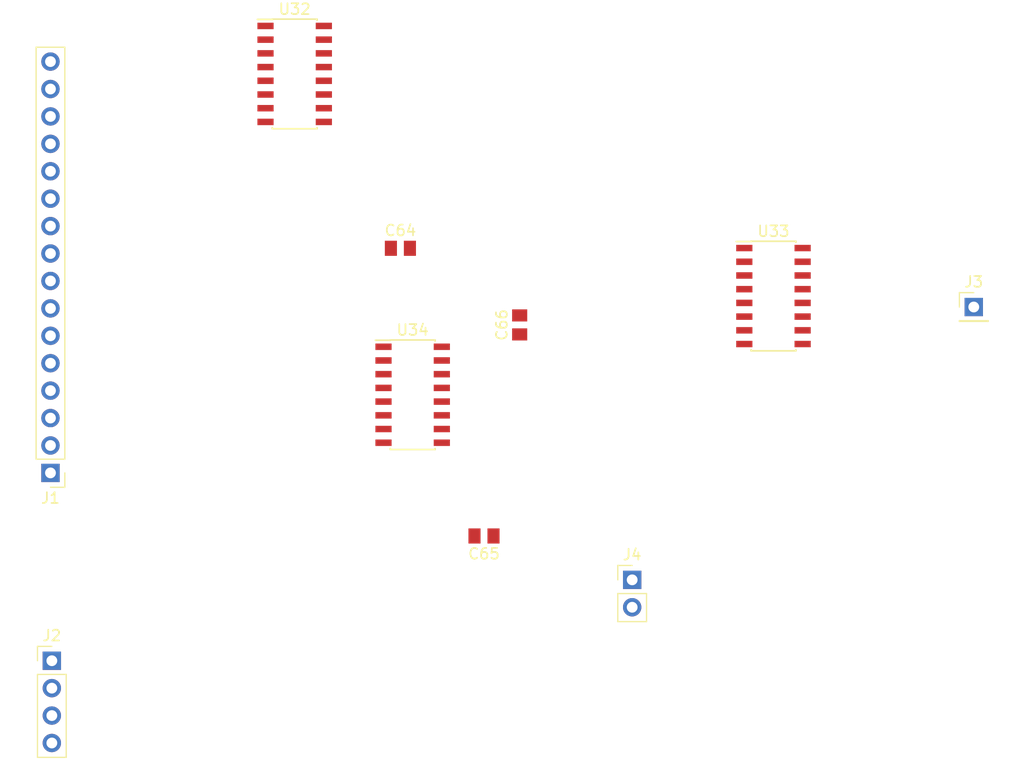
<source format=kicad_pcb>
(kicad_pcb (version 20171130) (host pcbnew 5.0.0-rc2-be01b52~65~ubuntu18.04.1)

  (general
    (thickness 1.6)
    (drawings 0)
    (tracks 0)
    (zones 0)
    (modules 10)
    (nets 31)
  )

  (page A4)
  (layers
    (0 F.Cu signal)
    (31 B.Cu signal)
    (32 B.Adhes user)
    (33 F.Adhes user)
    (34 B.Paste user)
    (35 F.Paste user)
    (36 B.SilkS user)
    (37 F.SilkS user)
    (38 B.Mask user)
    (39 F.Mask user)
    (40 Dwgs.User user)
    (41 Cmts.User user)
    (42 Eco1.User user)
    (43 Eco2.User user)
    (44 Edge.Cuts user)
    (45 Margin user)
    (46 B.CrtYd user)
    (47 F.CrtYd user)
    (48 B.Fab user)
    (49 F.Fab user)
  )

  (setup
    (last_trace_width 0.25)
    (trace_clearance 0.2)
    (zone_clearance 0.508)
    (zone_45_only no)
    (trace_min 0.2)
    (segment_width 0.2)
    (edge_width 0.15)
    (via_size 0.8)
    (via_drill 0.4)
    (via_min_size 0.4)
    (via_min_drill 0.3)
    (uvia_size 0.3)
    (uvia_drill 0.1)
    (uvias_allowed no)
    (uvia_min_size 0.2)
    (uvia_min_drill 0.1)
    (pcb_text_width 0.3)
    (pcb_text_size 1.5 1.5)
    (mod_edge_width 0.15)
    (mod_text_size 1 1)
    (mod_text_width 0.15)
    (pad_size 1.524 1.524)
    (pad_drill 0.762)
    (pad_to_mask_clearance 0.2)
    (aux_axis_origin 0 0)
    (visible_elements FFFFFF7F)
    (pcbplotparams
      (layerselection 0x010fc_ffffffff)
      (usegerberextensions false)
      (usegerberattributes false)
      (usegerberadvancedattributes false)
      (creategerberjobfile false)
      (excludeedgelayer true)
      (linewidth 0.100000)
      (plotframeref false)
      (viasonmask false)
      (mode 1)
      (useauxorigin false)
      (hpglpennumber 1)
      (hpglpenspeed 20)
      (hpglpendiameter 15)
      (psnegative false)
      (psa4output false)
      (plotreference true)
      (plotvalue true)
      (plotinvisibletext false)
      (padsonsilk false)
      (subtractmaskfromsilk false)
      (outputformat 1)
      (mirror false)
      (drillshape 1)
      (scaleselection 1)
      (outputdirectory ""))
  )

  (net 0 "")
  (net 1 /X3)
  (net 2 /X2)
  (net 3 /X1)
  (net 4 /X0)
  (net 5 "Net-(U32-Pad5)")
  (net 6 "Net-(U32-Pad6)")
  (net 7 GND)
  (net 8 /S3)
  (net 9 /S2)
  (net 10 /S1)
  (net 11 /X7)
  (net 12 /X6)
  (net 13 /X5)
  (net 14 /X4)
  (net 15 VCC)
  (net 16 "Net-(U33-Pad12)")
  (net 17 "Net-(U33-Pad9)")
  (net 18 "Net-(U33-Pad7)")
  (net 19 "Net-(J3-Pad1)")
  (net 20 "Net-(U33-Pad3)")
  (net 21 /S0)
  (net 22 /X11)
  (net 23 /X10)
  (net 24 /X9)
  (net 25 /X8)
  (net 26 "Net-(U34-Pad6)")
  (net 27 /X15)
  (net 28 /X14)
  (net 29 /X13)
  (net 30 /X12)

  (net_class Default "This is the default net class."
    (clearance 0.2)
    (trace_width 0.25)
    (via_dia 0.8)
    (via_drill 0.4)
    (uvia_dia 0.3)
    (uvia_drill 0.1)
    (add_net /S0)
    (add_net /S1)
    (add_net /S2)
    (add_net /S3)
    (add_net /X0)
    (add_net /X1)
    (add_net /X10)
    (add_net /X11)
    (add_net /X12)
    (add_net /X13)
    (add_net /X14)
    (add_net /X15)
    (add_net /X2)
    (add_net /X3)
    (add_net /X4)
    (add_net /X5)
    (add_net /X6)
    (add_net /X7)
    (add_net /X8)
    (add_net /X9)
    (add_net GND)
    (add_net "Net-(J3-Pad1)")
    (add_net "Net-(U32-Pad5)")
    (add_net "Net-(U32-Pad6)")
    (add_net "Net-(U33-Pad12)")
    (add_net "Net-(U33-Pad3)")
    (add_net "Net-(U33-Pad7)")
    (add_net "Net-(U33-Pad9)")
    (add_net "Net-(U34-Pad6)")
    (add_net VCC)
  )

  (module Capacitor_SMD:C_0805_2012Metric (layer F.Cu) (tedit 5AC5DB74) (tstamp 5B2A55B6)
    (at 72.898 53.222 90)
    (descr "Capacitor SMD 0805 (2012 Metric), square (rectangular) end terminal, IPC_7351 nominal, (Body size source: http://www.tortai-tech.com/upload/download/2011102023233369053.pdf), generated with kicad-footprint-generator")
    (tags capacitor)
    (path /650FDFCC)
    (attr smd)
    (fp_text reference C66 (at 0 -1.65 90) (layer F.SilkS)
      (effects (font (size 1 1) (thickness 0.15)))
    )
    (fp_text value 100nF (at 0 1.65 90) (layer F.Fab)
      (effects (font (size 1 1) (thickness 0.15)))
    )
    (fp_line (start -1 0.6) (end -1 -0.6) (layer F.Fab) (width 0.1))
    (fp_line (start -1 -0.6) (end 1 -0.6) (layer F.Fab) (width 0.1))
    (fp_line (start 1 -0.6) (end 1 0.6) (layer F.Fab) (width 0.1))
    (fp_line (start 1 0.6) (end -1 0.6) (layer F.Fab) (width 0.1))
    (fp_line (start -1.69 0.95) (end -1.69 -0.95) (layer F.CrtYd) (width 0.05))
    (fp_line (start -1.69 -0.95) (end 1.69 -0.95) (layer F.CrtYd) (width 0.05))
    (fp_line (start 1.69 -0.95) (end 1.69 0.95) (layer F.CrtYd) (width 0.05))
    (fp_line (start 1.69 0.95) (end -1.69 0.95) (layer F.CrtYd) (width 0.05))
    (fp_text user %R (at 0 0 90) (layer F.Fab)
      (effects (font (size 0.5 0.5) (thickness 0.08)))
    )
    (pad 1 smd rect (at -0.88 0 90) (size 1.12 1.4) (layers F.Cu F.Paste F.Mask)
      (net 15 VCC))
    (pad 2 smd rect (at 0.88 0 90) (size 1.12 1.4) (layers F.Cu F.Paste F.Mask)
      (net 7 GND))
    (model ${KISYS3DMOD}/Capacitor_SMD.3dshapes/C_0805_2012Metric.wrl
      (at (xyz 0 0 0))
      (scale (xyz 1 1 1))
      (rotate (xyz 0 0 0))
    )
  )

  (module Capacitor_SMD:C_0805_2012Metric (layer F.Cu) (tedit 5AC5DB74) (tstamp 5B2A55A7)
    (at 69.596 72.771 180)
    (descr "Capacitor SMD 0805 (2012 Metric), square (rectangular) end terminal, IPC_7351 nominal, (Body size source: http://www.tortai-tech.com/upload/download/2011102023233369053.pdf), generated with kicad-footprint-generator")
    (tags capacitor)
    (path /650FDF0B)
    (attr smd)
    (fp_text reference C65 (at 0 -1.65 180) (layer F.SilkS)
      (effects (font (size 1 1) (thickness 0.15)))
    )
    (fp_text value 100nF (at 0 1.65 180) (layer F.Fab)
      (effects (font (size 1 1) (thickness 0.15)))
    )
    (fp_text user %R (at 0 0 180) (layer F.Fab)
      (effects (font (size 0.5 0.5) (thickness 0.08)))
    )
    (fp_line (start 1.69 0.95) (end -1.69 0.95) (layer F.CrtYd) (width 0.05))
    (fp_line (start 1.69 -0.95) (end 1.69 0.95) (layer F.CrtYd) (width 0.05))
    (fp_line (start -1.69 -0.95) (end 1.69 -0.95) (layer F.CrtYd) (width 0.05))
    (fp_line (start -1.69 0.95) (end -1.69 -0.95) (layer F.CrtYd) (width 0.05))
    (fp_line (start 1 0.6) (end -1 0.6) (layer F.Fab) (width 0.1))
    (fp_line (start 1 -0.6) (end 1 0.6) (layer F.Fab) (width 0.1))
    (fp_line (start -1 -0.6) (end 1 -0.6) (layer F.Fab) (width 0.1))
    (fp_line (start -1 0.6) (end -1 -0.6) (layer F.Fab) (width 0.1))
    (pad 2 smd rect (at 0.88 0 180) (size 1.12 1.4) (layers F.Cu F.Paste F.Mask)
      (net 7 GND))
    (pad 1 smd rect (at -0.88 0 180) (size 1.12 1.4) (layers F.Cu F.Paste F.Mask)
      (net 15 VCC))
    (model ${KISYS3DMOD}/Capacitor_SMD.3dshapes/C_0805_2012Metric.wrl
      (at (xyz 0 0 0))
      (scale (xyz 1 1 1))
      (rotate (xyz 0 0 0))
    )
  )

  (module Capacitor_SMD:C_0805_2012Metric (layer F.Cu) (tedit 5AC5DB74) (tstamp 5B2A5598)
    (at 61.857524 46.1215)
    (descr "Capacitor SMD 0805 (2012 Metric), square (rectangular) end terminal, IPC_7351 nominal, (Body size source: http://www.tortai-tech.com/upload/download/2011102023233369053.pdf), generated with kicad-footprint-generator")
    (tags capacitor)
    (path /650FDD6F)
    (attr smd)
    (fp_text reference C64 (at 0 -1.65) (layer F.SilkS)
      (effects (font (size 1 1) (thickness 0.15)))
    )
    (fp_text value 100nF (at 0 1.65) (layer F.Fab)
      (effects (font (size 1 1) (thickness 0.15)))
    )
    (fp_line (start -1 0.6) (end -1 -0.6) (layer F.Fab) (width 0.1))
    (fp_line (start -1 -0.6) (end 1 -0.6) (layer F.Fab) (width 0.1))
    (fp_line (start 1 -0.6) (end 1 0.6) (layer F.Fab) (width 0.1))
    (fp_line (start 1 0.6) (end -1 0.6) (layer F.Fab) (width 0.1))
    (fp_line (start -1.69 0.95) (end -1.69 -0.95) (layer F.CrtYd) (width 0.05))
    (fp_line (start -1.69 -0.95) (end 1.69 -0.95) (layer F.CrtYd) (width 0.05))
    (fp_line (start 1.69 -0.95) (end 1.69 0.95) (layer F.CrtYd) (width 0.05))
    (fp_line (start 1.69 0.95) (end -1.69 0.95) (layer F.CrtYd) (width 0.05))
    (fp_text user %R (at 0 0) (layer F.Fab)
      (effects (font (size 0.5 0.5) (thickness 0.08)))
    )
    (pad 1 smd rect (at -0.88 0) (size 1.12 1.4) (layers F.Cu F.Paste F.Mask)
      (net 15 VCC))
    (pad 2 smd rect (at 0.88 0) (size 1.12 1.4) (layers F.Cu F.Paste F.Mask)
      (net 7 GND))
    (model ${KISYS3DMOD}/Capacitor_SMD.3dshapes/C_0805_2012Metric.wrl
      (at (xyz 0 0 0))
      (scale (xyz 1 1 1))
      (rotate (xyz 0 0 0))
    )
  )

  (module Connector_PinHeader_2.54mm:PinHeader_1x01_P2.54mm_Vertical (layer F.Cu) (tedit 59FED5CC) (tstamp 5B2A5589)
    (at 114.935 51.562)
    (descr "Through hole straight pin header, 1x01, 2.54mm pitch, single row")
    (tags "Through hole pin header THT 1x01 2.54mm single row")
    (path /5B4735FD)
    (fp_text reference J3 (at 0 -2.33) (layer F.SilkS)
      (effects (font (size 1 1) (thickness 0.15)))
    )
    (fp_text value Conn_01x01 (at 0 2.33) (layer F.Fab)
      (effects (font (size 1 1) (thickness 0.15)))
    )
    (fp_line (start -0.635 -1.27) (end 1.27 -1.27) (layer F.Fab) (width 0.1))
    (fp_line (start 1.27 -1.27) (end 1.27 1.27) (layer F.Fab) (width 0.1))
    (fp_line (start 1.27 1.27) (end -1.27 1.27) (layer F.Fab) (width 0.1))
    (fp_line (start -1.27 1.27) (end -1.27 -0.635) (layer F.Fab) (width 0.1))
    (fp_line (start -1.27 -0.635) (end -0.635 -1.27) (layer F.Fab) (width 0.1))
    (fp_line (start -1.33 1.33) (end 1.33 1.33) (layer F.SilkS) (width 0.12))
    (fp_line (start -1.33 1.27) (end -1.33 1.33) (layer F.SilkS) (width 0.12))
    (fp_line (start 1.33 1.27) (end 1.33 1.33) (layer F.SilkS) (width 0.12))
    (fp_line (start -1.33 1.27) (end 1.33 1.27) (layer F.SilkS) (width 0.12))
    (fp_line (start -1.33 0) (end -1.33 -1.33) (layer F.SilkS) (width 0.12))
    (fp_line (start -1.33 -1.33) (end 0 -1.33) (layer F.SilkS) (width 0.12))
    (fp_line (start -1.8 -1.8) (end -1.8 1.8) (layer F.CrtYd) (width 0.05))
    (fp_line (start -1.8 1.8) (end 1.8 1.8) (layer F.CrtYd) (width 0.05))
    (fp_line (start 1.8 1.8) (end 1.8 -1.8) (layer F.CrtYd) (width 0.05))
    (fp_line (start 1.8 -1.8) (end -1.8 -1.8) (layer F.CrtYd) (width 0.05))
    (fp_text user %R (at 0 0 90) (layer F.Fab)
      (effects (font (size 1 1) (thickness 0.15)))
    )
    (pad 1 thru_hole rect (at 0 0) (size 1.7 1.7) (drill 1) (layers *.Cu *.Mask)
      (net 19 "Net-(J3-Pad1)"))
    (model ${KISYS3DMOD}/Connector_PinHeader_2.54mm.3dshapes/PinHeader_1x01_P2.54mm_Vertical.wrl
      (at (xyz 0 0 0))
      (scale (xyz 1 1 1))
      (rotate (xyz 0 0 0))
    )
  )

  (module Connector_PinHeader_2.54mm:PinHeader_1x02_P2.54mm_Vertical (layer F.Cu) (tedit 59FED5CC) (tstamp 5B2A5A5D)
    (at 83.312 76.835)
    (descr "Through hole straight pin header, 1x02, 2.54mm pitch, single row")
    (tags "Through hole pin header THT 1x02 2.54mm single row")
    (path /5B4738AA)
    (fp_text reference J4 (at 0 -2.33) (layer F.SilkS)
      (effects (font (size 1 1) (thickness 0.15)))
    )
    (fp_text value Conn_01x02 (at 0 4.87) (layer F.Fab)
      (effects (font (size 1 1) (thickness 0.15)))
    )
    (fp_line (start -0.635 -1.27) (end 1.27 -1.27) (layer F.Fab) (width 0.1))
    (fp_line (start 1.27 -1.27) (end 1.27 3.81) (layer F.Fab) (width 0.1))
    (fp_line (start 1.27 3.81) (end -1.27 3.81) (layer F.Fab) (width 0.1))
    (fp_line (start -1.27 3.81) (end -1.27 -0.635) (layer F.Fab) (width 0.1))
    (fp_line (start -1.27 -0.635) (end -0.635 -1.27) (layer F.Fab) (width 0.1))
    (fp_line (start -1.33 3.87) (end 1.33 3.87) (layer F.SilkS) (width 0.12))
    (fp_line (start -1.33 1.27) (end -1.33 3.87) (layer F.SilkS) (width 0.12))
    (fp_line (start 1.33 1.27) (end 1.33 3.87) (layer F.SilkS) (width 0.12))
    (fp_line (start -1.33 1.27) (end 1.33 1.27) (layer F.SilkS) (width 0.12))
    (fp_line (start -1.33 0) (end -1.33 -1.33) (layer F.SilkS) (width 0.12))
    (fp_line (start -1.33 -1.33) (end 0 -1.33) (layer F.SilkS) (width 0.12))
    (fp_line (start -1.8 -1.8) (end -1.8 4.35) (layer F.CrtYd) (width 0.05))
    (fp_line (start -1.8 4.35) (end 1.8 4.35) (layer F.CrtYd) (width 0.05))
    (fp_line (start 1.8 4.35) (end 1.8 -1.8) (layer F.CrtYd) (width 0.05))
    (fp_line (start 1.8 -1.8) (end -1.8 -1.8) (layer F.CrtYd) (width 0.05))
    (fp_text user %R (at 0 1.27 90) (layer F.Fab)
      (effects (font (size 1 1) (thickness 0.15)))
    )
    (pad 1 thru_hole rect (at 0 0) (size 1.7 1.7) (drill 1) (layers *.Cu *.Mask)
      (net 15 VCC))
    (pad 2 thru_hole oval (at 0 2.54) (size 1.7 1.7) (drill 1) (layers *.Cu *.Mask)
      (net 7 GND))
    (model ${KISYS3DMOD}/Connector_PinHeader_2.54mm.3dshapes/PinHeader_1x02_P2.54mm_Vertical.wrl
      (at (xyz 0 0 0))
      (scale (xyz 1 1 1))
      (rotate (xyz 0 0 0))
    )
  )

  (module Connector_PinHeader_2.54mm:PinHeader_1x04_P2.54mm_Vertical (layer F.Cu) (tedit 59FED5CC) (tstamp 5B2A555E)
    (at 29.591 84.328)
    (descr "Through hole straight pin header, 1x04, 2.54mm pitch, single row")
    (tags "Through hole pin header THT 1x04 2.54mm single row")
    (path /5B418EE7)
    (fp_text reference J2 (at 0 -2.33) (layer F.SilkS)
      (effects (font (size 1 1) (thickness 0.15)))
    )
    (fp_text value Conn_01x04 (at 0 9.95) (layer F.Fab)
      (effects (font (size 1 1) (thickness 0.15)))
    )
    (fp_line (start -0.635 -1.27) (end 1.27 -1.27) (layer F.Fab) (width 0.1))
    (fp_line (start 1.27 -1.27) (end 1.27 8.89) (layer F.Fab) (width 0.1))
    (fp_line (start 1.27 8.89) (end -1.27 8.89) (layer F.Fab) (width 0.1))
    (fp_line (start -1.27 8.89) (end -1.27 -0.635) (layer F.Fab) (width 0.1))
    (fp_line (start -1.27 -0.635) (end -0.635 -1.27) (layer F.Fab) (width 0.1))
    (fp_line (start -1.33 8.95) (end 1.33 8.95) (layer F.SilkS) (width 0.12))
    (fp_line (start -1.33 1.27) (end -1.33 8.95) (layer F.SilkS) (width 0.12))
    (fp_line (start 1.33 1.27) (end 1.33 8.95) (layer F.SilkS) (width 0.12))
    (fp_line (start -1.33 1.27) (end 1.33 1.27) (layer F.SilkS) (width 0.12))
    (fp_line (start -1.33 0) (end -1.33 -1.33) (layer F.SilkS) (width 0.12))
    (fp_line (start -1.33 -1.33) (end 0 -1.33) (layer F.SilkS) (width 0.12))
    (fp_line (start -1.8 -1.8) (end -1.8 9.4) (layer F.CrtYd) (width 0.05))
    (fp_line (start -1.8 9.4) (end 1.8 9.4) (layer F.CrtYd) (width 0.05))
    (fp_line (start 1.8 9.4) (end 1.8 -1.8) (layer F.CrtYd) (width 0.05))
    (fp_line (start 1.8 -1.8) (end -1.8 -1.8) (layer F.CrtYd) (width 0.05))
    (fp_text user %R (at 0 3.81 135) (layer F.Fab)
      (effects (font (size 1 1) (thickness 0.15)))
    )
    (pad 1 thru_hole rect (at 0 0) (size 1.7 1.7) (drill 1) (layers *.Cu *.Mask)
      (net 8 /S3))
    (pad 2 thru_hole oval (at 0 2.54) (size 1.7 1.7) (drill 1) (layers *.Cu *.Mask)
      (net 9 /S2))
    (pad 3 thru_hole oval (at 0 5.08) (size 1.7 1.7) (drill 1) (layers *.Cu *.Mask)
      (net 10 /S1))
    (pad 4 thru_hole oval (at 0 7.62) (size 1.7 1.7) (drill 1) (layers *.Cu *.Mask)
      (net 21 /S0))
    (model ${KISYS3DMOD}/Connector_PinHeader_2.54mm.3dshapes/PinHeader_1x04_P2.54mm_Vertical.wrl
      (at (xyz 0 0 0))
      (scale (xyz 1 1 1))
      (rotate (xyz 0 0 0))
    )
  )

  (module Connector_PinHeader_2.54mm:PinHeader_1x16_P2.54mm_Vertical (layer F.Cu) (tedit 59FED5CC) (tstamp 5B2A5546)
    (at 29.464 66.929 180)
    (descr "Through hole straight pin header, 1x16, 2.54mm pitch, single row")
    (tags "Through hole pin header THT 1x16 2.54mm single row")
    (path /5B295D0F)
    (fp_text reference J1 (at 0 -2.33 180) (layer F.SilkS)
      (effects (font (size 1 1) (thickness 0.15)))
    )
    (fp_text value Conn_01x16 (at 0 40.43 180) (layer F.Fab)
      (effects (font (size 1 1) (thickness 0.15)))
    )
    (fp_line (start -0.635 -1.27) (end 1.27 -1.27) (layer F.Fab) (width 0.1))
    (fp_line (start 1.27 -1.27) (end 1.27 39.37) (layer F.Fab) (width 0.1))
    (fp_line (start 1.27 39.37) (end -1.27 39.37) (layer F.Fab) (width 0.1))
    (fp_line (start -1.27 39.37) (end -1.27 -0.635) (layer F.Fab) (width 0.1))
    (fp_line (start -1.27 -0.635) (end -0.635 -1.27) (layer F.Fab) (width 0.1))
    (fp_line (start -1.33 39.43) (end 1.33 39.43) (layer F.SilkS) (width 0.12))
    (fp_line (start -1.33 1.27) (end -1.33 39.43) (layer F.SilkS) (width 0.12))
    (fp_line (start 1.33 1.27) (end 1.33 39.43) (layer F.SilkS) (width 0.12))
    (fp_line (start -1.33 1.27) (end 1.33 1.27) (layer F.SilkS) (width 0.12))
    (fp_line (start -1.33 0) (end -1.33 -1.33) (layer F.SilkS) (width 0.12))
    (fp_line (start -1.33 -1.33) (end 0 -1.33) (layer F.SilkS) (width 0.12))
    (fp_line (start -1.8 -1.8) (end -1.8 39.9) (layer F.CrtYd) (width 0.05))
    (fp_line (start -1.8 39.9) (end 1.8 39.9) (layer F.CrtYd) (width 0.05))
    (fp_line (start 1.8 39.9) (end 1.8 -1.8) (layer F.CrtYd) (width 0.05))
    (fp_line (start 1.8 -1.8) (end -1.8 -1.8) (layer F.CrtYd) (width 0.05))
    (fp_text user %R (at 0 19.05 270) (layer F.Fab)
      (effects (font (size 1 1) (thickness 0.15)))
    )
    (pad 1 thru_hole rect (at 0 0 180) (size 1.7 1.7) (drill 1) (layers *.Cu *.Mask)
      (net 27 /X15))
    (pad 2 thru_hole oval (at 0 2.54 180) (size 1.7 1.7) (drill 1) (layers *.Cu *.Mask)
      (net 28 /X14))
    (pad 3 thru_hole oval (at 0 5.08 180) (size 1.7 1.7) (drill 1) (layers *.Cu *.Mask)
      (net 29 /X13))
    (pad 4 thru_hole oval (at 0 7.62 180) (size 1.7 1.7) (drill 1) (layers *.Cu *.Mask)
      (net 30 /X12))
    (pad 5 thru_hole oval (at 0 10.16 180) (size 1.7 1.7) (drill 1) (layers *.Cu *.Mask)
      (net 22 /X11))
    (pad 6 thru_hole oval (at 0 12.7 180) (size 1.7 1.7) (drill 1) (layers *.Cu *.Mask)
      (net 23 /X10))
    (pad 7 thru_hole oval (at 0 15.24 180) (size 1.7 1.7) (drill 1) (layers *.Cu *.Mask)
      (net 24 /X9))
    (pad 8 thru_hole oval (at 0 17.78 180) (size 1.7 1.7) (drill 1) (layers *.Cu *.Mask)
      (net 25 /X8))
    (pad 9 thru_hole oval (at 0 20.32 180) (size 1.7 1.7) (drill 1) (layers *.Cu *.Mask)
      (net 11 /X7))
    (pad 10 thru_hole oval (at 0 22.86 180) (size 1.7 1.7) (drill 1) (layers *.Cu *.Mask)
      (net 12 /X6))
    (pad 11 thru_hole oval (at 0 25.4 180) (size 1.7 1.7) (drill 1) (layers *.Cu *.Mask)
      (net 13 /X5))
    (pad 12 thru_hole oval (at 0 27.94 180) (size 1.7 1.7) (drill 1) (layers *.Cu *.Mask)
      (net 14 /X4))
    (pad 13 thru_hole oval (at 0 30.48 180) (size 1.7 1.7) (drill 1) (layers *.Cu *.Mask)
      (net 1 /X3))
    (pad 14 thru_hole oval (at 0 33.02 180) (size 1.7 1.7) (drill 1) (layers *.Cu *.Mask)
      (net 2 /X2))
    (pad 15 thru_hole oval (at 0 35.56 180) (size 1.7 1.7) (drill 1) (layers *.Cu *.Mask)
      (net 3 /X1))
    (pad 16 thru_hole oval (at 0 38.1 180) (size 1.7 1.7) (drill 1) (layers *.Cu *.Mask)
      (net 4 /X0))
    (model ${KISYS3DMOD}/Connector_PinHeader_2.54mm.3dshapes/PinHeader_1x16_P2.54mm_Vertical.wrl
      (at (xyz 0 0 0))
      (scale (xyz 1 1 1))
      (rotate (xyz 0 0 0))
    )
  )

  (module Package_SO:SOIC-16_3.9x9.9mm_P1.27mm (layer F.Cu) (tedit 5A02F2D3) (tstamp 5B2A5522)
    (at 62.992 59.69)
    (descr "16-Lead Plastic Small Outline (SL) - Narrow, 3.90 mm Body [SOIC] (see Microchip Packaging Specification 00000049BS.pdf)")
    (tags "SOIC 1.27")
    (path /5CEE54B0)
    (attr smd)
    (fp_text reference U34 (at 0 -6) (layer F.SilkS)
      (effects (font (size 1 1) (thickness 0.15)))
    )
    (fp_text value 74LS151 (at 0 6) (layer F.Fab)
      (effects (font (size 1 1) (thickness 0.15)))
    )
    (fp_text user %R (at 0 0) (layer F.Fab)
      (effects (font (size 0.9 0.9) (thickness 0.135)))
    )
    (fp_line (start -0.95 -4.95) (end 1.95 -4.95) (layer F.Fab) (width 0.15))
    (fp_line (start 1.95 -4.95) (end 1.95 4.95) (layer F.Fab) (width 0.15))
    (fp_line (start 1.95 4.95) (end -1.95 4.95) (layer F.Fab) (width 0.15))
    (fp_line (start -1.95 4.95) (end -1.95 -3.95) (layer F.Fab) (width 0.15))
    (fp_line (start -1.95 -3.95) (end -0.95 -4.95) (layer F.Fab) (width 0.15))
    (fp_line (start -3.7 -5.25) (end -3.7 5.25) (layer F.CrtYd) (width 0.05))
    (fp_line (start 3.7 -5.25) (end 3.7 5.25) (layer F.CrtYd) (width 0.05))
    (fp_line (start -3.7 -5.25) (end 3.7 -5.25) (layer F.CrtYd) (width 0.05))
    (fp_line (start -3.7 5.25) (end 3.7 5.25) (layer F.CrtYd) (width 0.05))
    (fp_line (start -2.075 -5.075) (end -2.075 -5.05) (layer F.SilkS) (width 0.15))
    (fp_line (start 2.075 -5.075) (end 2.075 -4.97) (layer F.SilkS) (width 0.15))
    (fp_line (start 2.075 5.075) (end 2.075 4.97) (layer F.SilkS) (width 0.15))
    (fp_line (start -2.075 5.075) (end -2.075 4.97) (layer F.SilkS) (width 0.15))
    (fp_line (start -2.075 -5.075) (end 2.075 -5.075) (layer F.SilkS) (width 0.15))
    (fp_line (start -2.075 5.075) (end 2.075 5.075) (layer F.SilkS) (width 0.15))
    (fp_line (start -2.075 -5.05) (end -3.45 -5.05) (layer F.SilkS) (width 0.15))
    (pad 1 smd rect (at -2.7 -4.445) (size 1.5 0.6) (layers F.Cu F.Paste F.Mask)
      (net 22 /X11))
    (pad 2 smd rect (at -2.7 -3.175) (size 1.5 0.6) (layers F.Cu F.Paste F.Mask)
      (net 23 /X10))
    (pad 3 smd rect (at -2.7 -1.905) (size 1.5 0.6) (layers F.Cu F.Paste F.Mask)
      (net 24 /X9))
    (pad 4 smd rect (at -2.7 -0.635) (size 1.5 0.6) (layers F.Cu F.Paste F.Mask)
      (net 25 /X8))
    (pad 5 smd rect (at -2.7 0.635) (size 1.5 0.6) (layers F.Cu F.Paste F.Mask)
      (net 20 "Net-(U33-Pad3)"))
    (pad 6 smd rect (at -2.7 1.905) (size 1.5 0.6) (layers F.Cu F.Paste F.Mask)
      (net 26 "Net-(U34-Pad6)"))
    (pad 7 smd rect (at -2.7 3.175) (size 1.5 0.6) (layers F.Cu F.Paste F.Mask)
      (net 7 GND))
    (pad 8 smd rect (at -2.7 4.445) (size 1.5 0.6) (layers F.Cu F.Paste F.Mask)
      (net 7 GND))
    (pad 9 smd rect (at 2.7 4.445) (size 1.5 0.6) (layers F.Cu F.Paste F.Mask)
      (net 8 /S3))
    (pad 10 smd rect (at 2.7 3.175) (size 1.5 0.6) (layers F.Cu F.Paste F.Mask)
      (net 9 /S2))
    (pad 11 smd rect (at 2.7 1.905) (size 1.5 0.6) (layers F.Cu F.Paste F.Mask)
      (net 10 /S1))
    (pad 12 smd rect (at 2.7 0.635) (size 1.5 0.6) (layers F.Cu F.Paste F.Mask)
      (net 27 /X15))
    (pad 13 smd rect (at 2.7 -0.635) (size 1.5 0.6) (layers F.Cu F.Paste F.Mask)
      (net 28 /X14))
    (pad 14 smd rect (at 2.7 -1.905) (size 1.5 0.6) (layers F.Cu F.Paste F.Mask)
      (net 29 /X13))
    (pad 15 smd rect (at 2.7 -3.175) (size 1.5 0.6) (layers F.Cu F.Paste F.Mask)
      (net 30 /X12))
    (pad 16 smd rect (at 2.7 -4.445) (size 1.5 0.6) (layers F.Cu F.Paste F.Mask)
      (net 15 VCC))
    (model ${KISYS3DMOD}/Package_SO.3dshapes/SOIC-16_3.9x9.9mm_P1.27mm.wrl
      (at (xyz 0 0 0))
      (scale (xyz 1 1 1))
      (rotate (xyz 0 0 0))
    )
  )

  (module Package_SO:SOIC-16_3.9x9.9mm_P1.27mm (layer F.Cu) (tedit 5A02F2D3) (tstamp 5B2A54FD)
    (at 96.393 50.546)
    (descr "16-Lead Plastic Small Outline (SL) - Narrow, 3.90 mm Body [SOIC] (see Microchip Packaging Specification 00000049BS.pdf)")
    (tags "SOIC 1.27")
    (path /5CF16234)
    (attr smd)
    (fp_text reference U33 (at 0 -6) (layer F.SilkS)
      (effects (font (size 1 1) (thickness 0.15)))
    )
    (fp_text value 74LS157 (at 0 6) (layer F.Fab)
      (effects (font (size 1 1) (thickness 0.15)))
    )
    (fp_line (start -2.075 -5.05) (end -3.45 -5.05) (layer F.SilkS) (width 0.15))
    (fp_line (start -2.075 5.075) (end 2.075 5.075) (layer F.SilkS) (width 0.15))
    (fp_line (start -2.075 -5.075) (end 2.075 -5.075) (layer F.SilkS) (width 0.15))
    (fp_line (start -2.075 5.075) (end -2.075 4.97) (layer F.SilkS) (width 0.15))
    (fp_line (start 2.075 5.075) (end 2.075 4.97) (layer F.SilkS) (width 0.15))
    (fp_line (start 2.075 -5.075) (end 2.075 -4.97) (layer F.SilkS) (width 0.15))
    (fp_line (start -2.075 -5.075) (end -2.075 -5.05) (layer F.SilkS) (width 0.15))
    (fp_line (start -3.7 5.25) (end 3.7 5.25) (layer F.CrtYd) (width 0.05))
    (fp_line (start -3.7 -5.25) (end 3.7 -5.25) (layer F.CrtYd) (width 0.05))
    (fp_line (start 3.7 -5.25) (end 3.7 5.25) (layer F.CrtYd) (width 0.05))
    (fp_line (start -3.7 -5.25) (end -3.7 5.25) (layer F.CrtYd) (width 0.05))
    (fp_line (start -1.95 -3.95) (end -0.95 -4.95) (layer F.Fab) (width 0.15))
    (fp_line (start -1.95 4.95) (end -1.95 -3.95) (layer F.Fab) (width 0.15))
    (fp_line (start 1.95 4.95) (end -1.95 4.95) (layer F.Fab) (width 0.15))
    (fp_line (start 1.95 -4.95) (end 1.95 4.95) (layer F.Fab) (width 0.15))
    (fp_line (start -0.95 -4.95) (end 1.95 -4.95) (layer F.Fab) (width 0.15))
    (fp_text user %R (at 0 0) (layer F.Fab)
      (effects (font (size 0.9 0.9) (thickness 0.135)))
    )
    (pad 16 smd rect (at 2.7 -4.445) (size 1.5 0.6) (layers F.Cu F.Paste F.Mask)
      (net 15 VCC))
    (pad 15 smd rect (at 2.7 -3.175) (size 1.5 0.6) (layers F.Cu F.Paste F.Mask)
      (net 7 GND))
    (pad 14 smd rect (at 2.7 -1.905) (size 1.5 0.6) (layers F.Cu F.Paste F.Mask)
      (net 7 GND))
    (pad 13 smd rect (at 2.7 -0.635) (size 1.5 0.6) (layers F.Cu F.Paste F.Mask)
      (net 7 GND))
    (pad 12 smd rect (at 2.7 0.635) (size 1.5 0.6) (layers F.Cu F.Paste F.Mask)
      (net 16 "Net-(U33-Pad12)"))
    (pad 11 smd rect (at 2.7 1.905) (size 1.5 0.6) (layers F.Cu F.Paste F.Mask)
      (net 7 GND))
    (pad 10 smd rect (at 2.7 3.175) (size 1.5 0.6) (layers F.Cu F.Paste F.Mask)
      (net 7 GND))
    (pad 9 smd rect (at 2.7 4.445) (size 1.5 0.6) (layers F.Cu F.Paste F.Mask)
      (net 17 "Net-(U33-Pad9)"))
    (pad 8 smd rect (at -2.7 4.445) (size 1.5 0.6) (layers F.Cu F.Paste F.Mask)
      (net 7 GND))
    (pad 7 smd rect (at -2.7 3.175) (size 1.5 0.6) (layers F.Cu F.Paste F.Mask)
      (net 18 "Net-(U33-Pad7)"))
    (pad 6 smd rect (at -2.7 1.905) (size 1.5 0.6) (layers F.Cu F.Paste F.Mask)
      (net 7 GND))
    (pad 5 smd rect (at -2.7 0.635) (size 1.5 0.6) (layers F.Cu F.Paste F.Mask)
      (net 7 GND))
    (pad 4 smd rect (at -2.7 -0.635) (size 1.5 0.6) (layers F.Cu F.Paste F.Mask)
      (net 19 "Net-(J3-Pad1)"))
    (pad 3 smd rect (at -2.7 -1.905) (size 1.5 0.6) (layers F.Cu F.Paste F.Mask)
      (net 20 "Net-(U33-Pad3)"))
    (pad 2 smd rect (at -2.7 -3.175) (size 1.5 0.6) (layers F.Cu F.Paste F.Mask)
      (net 5 "Net-(U32-Pad5)"))
    (pad 1 smd rect (at -2.7 -4.445) (size 1.5 0.6) (layers F.Cu F.Paste F.Mask)
      (net 21 /S0))
    (model ${KISYS3DMOD}/Package_SO.3dshapes/SOIC-16_3.9x9.9mm_P1.27mm.wrl
      (at (xyz 0 0 0))
      (scale (xyz 1 1 1))
      (rotate (xyz 0 0 0))
    )
  )

  (module Package_SO:SOIC-16_3.9x9.9mm_P1.27mm (layer F.Cu) (tedit 5A02F2D3) (tstamp 5B2A58BC)
    (at 52.07 29.972)
    (descr "16-Lead Plastic Small Outline (SL) - Narrow, 3.90 mm Body [SOIC] (see Microchip Packaging Specification 00000049BS.pdf)")
    (tags "SOIC 1.27")
    (path /5CEE5429)
    (attr smd)
    (fp_text reference U32 (at 0 -6) (layer F.SilkS)
      (effects (font (size 1 1) (thickness 0.15)))
    )
    (fp_text value 74LS151 (at 0 6) (layer F.Fab)
      (effects (font (size 1 1) (thickness 0.15)))
    )
    (fp_text user %R (at 0 0) (layer F.Fab)
      (effects (font (size 0.9 0.9) (thickness 0.135)))
    )
    (fp_line (start -0.95 -4.95) (end 1.95 -4.95) (layer F.Fab) (width 0.15))
    (fp_line (start 1.95 -4.95) (end 1.95 4.95) (layer F.Fab) (width 0.15))
    (fp_line (start 1.95 4.95) (end -1.95 4.95) (layer F.Fab) (width 0.15))
    (fp_line (start -1.95 4.95) (end -1.95 -3.95) (layer F.Fab) (width 0.15))
    (fp_line (start -1.95 -3.95) (end -0.95 -4.95) (layer F.Fab) (width 0.15))
    (fp_line (start -3.7 -5.25) (end -3.7 5.25) (layer F.CrtYd) (width 0.05))
    (fp_line (start 3.7 -5.25) (end 3.7 5.25) (layer F.CrtYd) (width 0.05))
    (fp_line (start -3.7 -5.25) (end 3.7 -5.25) (layer F.CrtYd) (width 0.05))
    (fp_line (start -3.7 5.25) (end 3.7 5.25) (layer F.CrtYd) (width 0.05))
    (fp_line (start -2.075 -5.075) (end -2.075 -5.05) (layer F.SilkS) (width 0.15))
    (fp_line (start 2.075 -5.075) (end 2.075 -4.97) (layer F.SilkS) (width 0.15))
    (fp_line (start 2.075 5.075) (end 2.075 4.97) (layer F.SilkS) (width 0.15))
    (fp_line (start -2.075 5.075) (end -2.075 4.97) (layer F.SilkS) (width 0.15))
    (fp_line (start -2.075 -5.075) (end 2.075 -5.075) (layer F.SilkS) (width 0.15))
    (fp_line (start -2.075 5.075) (end 2.075 5.075) (layer F.SilkS) (width 0.15))
    (fp_line (start -2.075 -5.05) (end -3.45 -5.05) (layer F.SilkS) (width 0.15))
    (pad 1 smd rect (at -2.7 -4.445) (size 1.5 0.6) (layers F.Cu F.Paste F.Mask)
      (net 1 /X3))
    (pad 2 smd rect (at -2.7 -3.175) (size 1.5 0.6) (layers F.Cu F.Paste F.Mask)
      (net 2 /X2))
    (pad 3 smd rect (at -2.7 -1.905) (size 1.5 0.6) (layers F.Cu F.Paste F.Mask)
      (net 3 /X1))
    (pad 4 smd rect (at -2.7 -0.635) (size 1.5 0.6) (layers F.Cu F.Paste F.Mask)
      (net 4 /X0))
    (pad 5 smd rect (at -2.7 0.635) (size 1.5 0.6) (layers F.Cu F.Paste F.Mask)
      (net 5 "Net-(U32-Pad5)"))
    (pad 6 smd rect (at -2.7 1.905) (size 1.5 0.6) (layers F.Cu F.Paste F.Mask)
      (net 6 "Net-(U32-Pad6)"))
    (pad 7 smd rect (at -2.7 3.175) (size 1.5 0.6) (layers F.Cu F.Paste F.Mask)
      (net 7 GND))
    (pad 8 smd rect (at -2.7 4.445) (size 1.5 0.6) (layers F.Cu F.Paste F.Mask)
      (net 7 GND))
    (pad 9 smd rect (at 2.7 4.445) (size 1.5 0.6) (layers F.Cu F.Paste F.Mask)
      (net 8 /S3))
    (pad 10 smd rect (at 2.7 3.175) (size 1.5 0.6) (layers F.Cu F.Paste F.Mask)
      (net 9 /S2))
    (pad 11 smd rect (at 2.7 1.905) (size 1.5 0.6) (layers F.Cu F.Paste F.Mask)
      (net 10 /S1))
    (pad 12 smd rect (at 2.7 0.635) (size 1.5 0.6) (layers F.Cu F.Paste F.Mask)
      (net 11 /X7))
    (pad 13 smd rect (at 2.7 -0.635) (size 1.5 0.6) (layers F.Cu F.Paste F.Mask)
      (net 12 /X6))
    (pad 14 smd rect (at 2.7 -1.905) (size 1.5 0.6) (layers F.Cu F.Paste F.Mask)
      (net 13 /X5))
    (pad 15 smd rect (at 2.7 -3.175) (size 1.5 0.6) (layers F.Cu F.Paste F.Mask)
      (net 14 /X4))
    (pad 16 smd rect (at 2.7 -4.445) (size 1.5 0.6) (layers F.Cu F.Paste F.Mask)
      (net 15 VCC))
    (model ${KISYS3DMOD}/Package_SO.3dshapes/SOIC-16_3.9x9.9mm_P1.27mm.wrl
      (at (xyz 0 0 0))
      (scale (xyz 1 1 1))
      (rotate (xyz 0 0 0))
    )
  )

)

</source>
